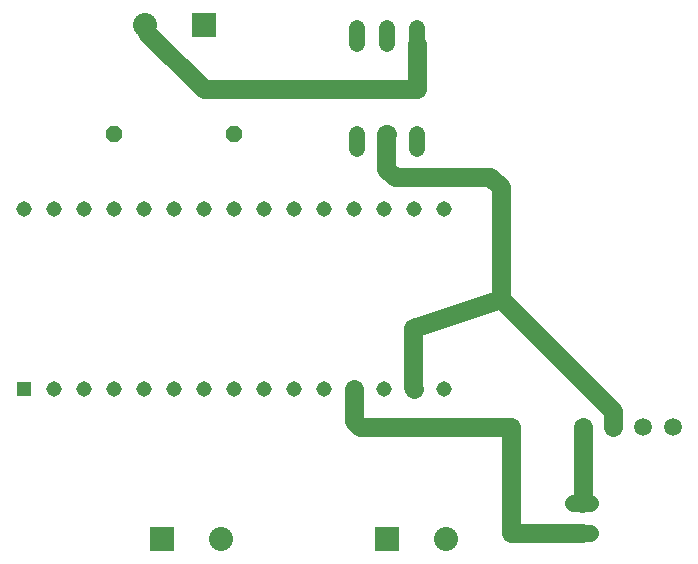
<source format=gbr>
G04 EAGLE Gerber RS-274X export*
G75*
%MOMM*%
%FSLAX34Y34*%
%LPD*%
%INBottom Copper*%
%IPPOS*%
%AMOC8*
5,1,8,0,0,1.08239X$1,22.5*%
G01*
%ADD10R,1.308000X1.308000*%
%ADD11C,1.308000*%
%ADD12R,2.032000X2.032000*%
%ADD13C,2.032000*%
%ADD14C,1.320800*%
%ADD15P,1.429621X8X202.500000*%
%ADD16C,1.508000*%
%ADD17C,1.422400*%
%ADD18C,1.625600*%


D10*
X38100Y152400D03*
D11*
X63500Y152400D03*
X88900Y152400D03*
X114300Y152400D03*
X139700Y152400D03*
X165100Y152400D03*
X190500Y152400D03*
X215900Y152400D03*
X241300Y152400D03*
X266700Y152400D03*
X292100Y152400D03*
X317500Y152400D03*
X342900Y152400D03*
X368300Y152400D03*
X393700Y152400D03*
X393700Y304800D03*
X368300Y304800D03*
X342900Y304800D03*
X317500Y304800D03*
X292100Y304800D03*
X266700Y304800D03*
X241300Y304800D03*
X215900Y304800D03*
X190500Y304800D03*
X165100Y304800D03*
X139700Y304800D03*
X114300Y304800D03*
X88900Y304800D03*
X63500Y304800D03*
X38100Y304800D03*
D12*
X190500Y459900D03*
D13*
X140500Y459900D03*
D14*
X319400Y368300D02*
X319400Y355092D01*
X344800Y355092D02*
X344800Y368300D01*
X344800Y444500D02*
X344800Y457708D01*
X319400Y457708D02*
X319400Y444500D01*
X370200Y368300D02*
X370200Y355092D01*
X370200Y444500D02*
X370200Y457708D01*
D12*
X344800Y25400D03*
D13*
X394800Y25400D03*
D15*
X215900Y368300D03*
X114300Y368300D03*
D12*
X154300Y25400D03*
D13*
X204300Y25400D03*
D16*
X510700Y119850D03*
X536100Y119850D03*
X561500Y119850D03*
X586900Y119850D03*
D17*
X517112Y30300D02*
X502888Y30300D01*
X502888Y55700D02*
X517112Y55700D01*
D18*
X344710Y368210D02*
X344800Y368300D01*
X344710Y368210D02*
X344710Y338710D01*
X351600Y331820D01*
X432720Y331820D01*
X441390Y323150D01*
X441390Y230097D01*
X441990Y228630D02*
X441610Y228250D01*
X441990Y228630D02*
X367300Y203733D01*
X367300Y153400D01*
X368300Y152400D01*
X441610Y228250D02*
X536100Y133760D01*
X536100Y119850D01*
X370490Y444210D02*
X370200Y444500D01*
X370490Y444210D02*
X370490Y405720D01*
X189910Y405720D01*
X142240Y453390D01*
X140500Y459900D01*
X510700Y56400D02*
X510000Y55700D01*
X510700Y56400D02*
X510700Y119850D01*
X510000Y30000D02*
X450000Y30000D01*
X450000Y120000D01*
X322170Y120000D02*
X317500Y124670D01*
X317500Y152400D01*
X322170Y120000D02*
X450000Y120000D01*
M02*

</source>
